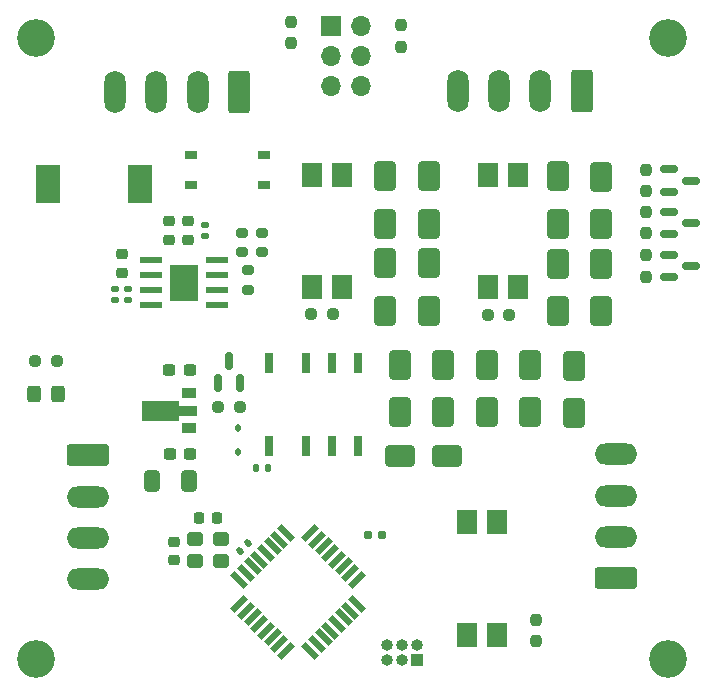
<source format=gbr>
%TF.GenerationSoftware,KiCad,Pcbnew,7.0.10*%
%TF.CreationDate,2024-01-30T15:52:27+01:00*%
%TF.ProjectId,BloX_ABC_MkII,426c6f58-5f41-4424-935f-4d6b49492e6b,rev?*%
%TF.SameCoordinates,Original*%
%TF.FileFunction,Soldermask,Top*%
%TF.FilePolarity,Negative*%
%FSLAX46Y46*%
G04 Gerber Fmt 4.6, Leading zero omitted, Abs format (unit mm)*
G04 Created by KiCad (PCBNEW 7.0.10) date 2024-01-30 15:52:27*
%MOMM*%
%LPD*%
G01*
G04 APERTURE LIST*
G04 Aperture macros list*
%AMRoundRect*
0 Rectangle with rounded corners*
0 $1 Rounding radius*
0 $2 $3 $4 $5 $6 $7 $8 $9 X,Y pos of 4 corners*
0 Add a 4 corners polygon primitive as box body*
4,1,4,$2,$3,$4,$5,$6,$7,$8,$9,$2,$3,0*
0 Add four circle primitives for the rounded corners*
1,1,$1+$1,$2,$3*
1,1,$1+$1,$4,$5*
1,1,$1+$1,$6,$7*
1,1,$1+$1,$8,$9*
0 Add four rect primitives between the rounded corners*
20,1,$1+$1,$2,$3,$4,$5,0*
20,1,$1+$1,$4,$5,$6,$7,0*
20,1,$1+$1,$6,$7,$8,$9,0*
20,1,$1+$1,$8,$9,$2,$3,0*%
%AMRotRect*
0 Rectangle, with rotation*
0 The origin of the aperture is its center*
0 $1 length*
0 $2 width*
0 $3 Rotation angle, in degrees counterclockwise*
0 Add horizontal line*
21,1,$1,$2,0,0,$3*%
%AMFreePoly0*
4,1,9,3.862500,-0.866500,0.737500,-0.866500,0.737500,-0.450000,-0.737500,-0.450000,-0.737500,0.450000,0.737500,0.450000,0.737500,0.866500,3.862500,0.866500,3.862500,-0.866500,3.862500,-0.866500,$1*%
G04 Aperture macros list end*
%ADD10C,3.200000*%
%ADD11O,1.800000X3.600000*%
%ADD12RoundRect,0.250000X0.650000X1.550000X-0.650000X1.550000X-0.650000X-1.550000X0.650000X-1.550000X0*%
%ADD13RoundRect,0.237500X0.250000X0.237500X-0.250000X0.237500X-0.250000X-0.237500X0.250000X-0.237500X0*%
%ADD14RoundRect,0.250000X0.325000X0.450000X-0.325000X0.450000X-0.325000X-0.450000X0.325000X-0.450000X0*%
%ADD15R,1.780000X2.000000*%
%ADD16RoundRect,0.237500X0.237500X-0.250000X0.237500X0.250000X-0.237500X0.250000X-0.237500X-0.250000X0*%
%ADD17RoundRect,0.237500X-0.237500X0.250000X-0.237500X-0.250000X0.237500X-0.250000X0.237500X0.250000X0*%
%ADD18RoundRect,0.150000X-0.587500X-0.150000X0.587500X-0.150000X0.587500X0.150000X-0.587500X0.150000X0*%
%ADD19RoundRect,0.150000X0.150000X-0.587500X0.150000X0.587500X-0.150000X0.587500X-0.150000X-0.587500X0*%
%ADD20R,0.800000X1.800000*%
%ADD21O,1.700000X1.700000*%
%ADD22R,1.700000X1.700000*%
%ADD23O,3.600000X1.800000*%
%ADD24RoundRect,0.250000X1.550000X-0.650000X1.550000X0.650000X-1.550000X0.650000X-1.550000X-0.650000X0*%
%ADD25RoundRect,0.250000X-1.550000X0.650000X-1.550000X-0.650000X1.550000X-0.650000X1.550000X0.650000X0*%
%ADD26R,1.000000X0.800000*%
%ADD27RoundRect,0.250000X-0.650000X1.000000X-0.650000X-1.000000X0.650000X-1.000000X0.650000X1.000000X0*%
%ADD28RoundRect,0.250000X0.650000X-1.000000X0.650000X1.000000X-0.650000X1.000000X-0.650000X-1.000000X0*%
%ADD29RoundRect,0.112500X0.112500X-0.187500X0.112500X0.187500X-0.112500X0.187500X-0.112500X-0.187500X0*%
%ADD30RoundRect,0.250000X-1.000000X-0.650000X1.000000X-0.650000X1.000000X0.650000X-1.000000X0.650000X0*%
%ADD31RoundRect,0.140000X0.140000X0.170000X-0.140000X0.170000X-0.140000X-0.170000X0.140000X-0.170000X0*%
%ADD32RoundRect,0.237500X0.300000X0.237500X-0.300000X0.237500X-0.300000X-0.237500X0.300000X-0.237500X0*%
%ADD33R,1.300000X0.900000*%
%ADD34FreePoly0,180.000000*%
%ADD35RoundRect,0.250000X0.412500X0.650000X-0.412500X0.650000X-0.412500X-0.650000X0.412500X-0.650000X0*%
%ADD36RoundRect,0.200000X-0.275000X0.200000X-0.275000X-0.200000X0.275000X-0.200000X0.275000X0.200000X0*%
%ADD37R,2.000000X3.200000*%
%ADD38RoundRect,0.200000X0.275000X-0.200000X0.275000X0.200000X-0.275000X0.200000X-0.275000X-0.200000X0*%
%ADD39RoundRect,0.140000X-0.170000X0.140000X-0.170000X-0.140000X0.170000X-0.140000X0.170000X0.140000X0*%
%ADD40R,1.205000X1.550000*%
%ADD41R,1.910000X0.610000*%
%ADD42RoundRect,0.225000X0.250000X-0.225000X0.250000X0.225000X-0.250000X0.225000X-0.250000X-0.225000X0*%
%ADD43RoundRect,0.225000X-0.250000X0.225000X-0.250000X-0.225000X0.250000X-0.225000X0.250000X0.225000X0*%
%ADD44RoundRect,0.225000X-0.225000X-0.250000X0.225000X-0.250000X0.225000X0.250000X-0.225000X0.250000X0*%
%ADD45O,1.000000X1.000000*%
%ADD46R,1.000000X1.000000*%
%ADD47RoundRect,0.160000X0.197500X0.160000X-0.197500X0.160000X-0.197500X-0.160000X0.197500X-0.160000X0*%
%ADD48RoundRect,0.140000X0.021213X-0.219203X0.219203X-0.021213X-0.021213X0.219203X-0.219203X0.021213X0*%
%ADD49RotRect,1.600000X0.550000X315.000000*%
%ADD50RotRect,1.600000X0.550000X45.000000*%
%ADD51RoundRect,0.300000X0.400000X0.300000X-0.400000X0.300000X-0.400000X-0.300000X0.400000X-0.300000X0*%
G04 APERTURE END LIST*
D10*
%TO.C,REF\u002A\u002A*%
X78000000Y-115500000D03*
%TD*%
%TO.C,REF\u002A\u002A*%
X131500000Y-115500000D03*
%TD*%
%TO.C,REF\u002A\u002A*%
X78000000Y-63000000D03*
%TD*%
%TO.C,REF\u002A\u002A*%
X131500000Y-63000000D03*
%TD*%
D11*
%TO.C,J103*%
X84695000Y-67500000D03*
X88195000Y-67500000D03*
X91695000Y-67500000D03*
D12*
X95195000Y-67500000D03*
%TD*%
D13*
%TO.C,R201*%
X79779500Y-90297000D03*
X77954500Y-90297000D03*
%TD*%
D14*
%TO.C,D201*%
X79892000Y-93091000D03*
X77842000Y-93091000D03*
%TD*%
D15*
%TO.C,U601*%
X114460000Y-103970000D03*
X117000000Y-103970000D03*
X117000000Y-113500000D03*
X114460000Y-113500000D03*
%TD*%
%TO.C,U402*%
X116276000Y-84079000D03*
X118816000Y-84079000D03*
X118816000Y-74549000D03*
X116276000Y-74549000D03*
%TD*%
%TO.C,U302*%
X101346000Y-74549000D03*
X103886000Y-74549000D03*
X103886000Y-84079000D03*
X101346000Y-84079000D03*
%TD*%
D16*
%TO.C,R805*%
X129667000Y-83185000D03*
X129667000Y-81360000D03*
%TD*%
%TO.C,R804*%
X129667000Y-77677000D03*
X129667000Y-79502000D03*
%TD*%
%TO.C,R803*%
X129667000Y-75946000D03*
X129667000Y-74121000D03*
%TD*%
D17*
%TO.C,R802*%
X108875000Y-63702000D03*
X108875000Y-61877000D03*
%TD*%
%TO.C,R801*%
X99615000Y-63424500D03*
X99615000Y-61599500D03*
%TD*%
D16*
%TO.C,R601*%
X120310000Y-112222500D03*
X120310000Y-114047500D03*
%TD*%
D13*
%TO.C,R501*%
X95249500Y-94163000D03*
X93424500Y-94163000D03*
%TD*%
%TO.C,R401*%
X118077500Y-86426000D03*
X116252500Y-86426000D03*
%TD*%
%TO.C,R301*%
X103147500Y-86360000D03*
X101322500Y-86360000D03*
%TD*%
D18*
%TO.C,Q803*%
X131594000Y-81322500D03*
X131594000Y-83222500D03*
X133469000Y-82272500D03*
%TD*%
%TO.C,Q802*%
X131594000Y-77694500D03*
X131594000Y-79594500D03*
X133469000Y-78644500D03*
%TD*%
%TO.C,Q801*%
X131594000Y-74083500D03*
X131594000Y-75983500D03*
X133469000Y-75033500D03*
%TD*%
D19*
%TO.C,Q501*%
X93387000Y-92179500D03*
X95287000Y-92179500D03*
X94337000Y-90304500D03*
%TD*%
D20*
%TO.C,K501*%
X97700000Y-97480000D03*
X100900000Y-97480000D03*
X103100000Y-97480000D03*
X105300000Y-97480000D03*
X105300000Y-90480000D03*
X103100000Y-90480000D03*
X100900000Y-90480000D03*
X97700000Y-90480000D03*
%TD*%
D12*
%TO.C,J802*%
X124195000Y-67432500D03*
D11*
X120695000Y-67432500D03*
X117195000Y-67432500D03*
X113695000Y-67432500D03*
%TD*%
D21*
%TO.C,J801*%
X105500000Y-67040000D03*
X102960000Y-67040000D03*
X105500000Y-64500000D03*
X102960000Y-64500000D03*
X105500000Y-61960000D03*
D22*
X102960000Y-61960000D03*
%TD*%
D23*
%TO.C,J102*%
X127067500Y-98195000D03*
X127067500Y-101695000D03*
X127067500Y-105195000D03*
D24*
X127067500Y-108695000D03*
%TD*%
D25*
%TO.C,J101*%
X82432500Y-98305000D03*
D23*
X82432500Y-101805000D03*
X82432500Y-105305000D03*
X82432500Y-108805000D03*
%TD*%
D26*
%TO.C,D701*%
X97309000Y-75438000D03*
X97309000Y-72898000D03*
X91159000Y-72898000D03*
X91159000Y-75438000D03*
%TD*%
D27*
%TO.C,D507*%
X108817000Y-94615000D03*
X108817000Y-90615000D03*
%TD*%
D28*
%TO.C,D506*%
X112500000Y-90615000D03*
X112500000Y-94615000D03*
%TD*%
D29*
%TO.C,D505*%
X95099000Y-98041000D03*
X95099000Y-95941000D03*
%TD*%
D30*
%TO.C,D504*%
X112817000Y-98330000D03*
X108817000Y-98330000D03*
%TD*%
D27*
%TO.C,D503*%
X116183000Y-94615000D03*
X116183000Y-90615000D03*
%TD*%
D28*
%TO.C,D502*%
X119866000Y-90615000D03*
X119866000Y-94615000D03*
%TD*%
D27*
%TO.C,D501*%
X123549000Y-94742000D03*
X123549000Y-90742000D03*
%TD*%
%TO.C,D404*%
X125801000Y-82059500D03*
X125801000Y-86059500D03*
%TD*%
%TO.C,D403*%
X125801000Y-74693500D03*
X125801000Y-78693500D03*
%TD*%
D28*
%TO.C,D402*%
X122174000Y-86059500D03*
X122174000Y-82059500D03*
%TD*%
%TO.C,D401*%
X122174000Y-78679000D03*
X122174000Y-74679000D03*
%TD*%
D27*
%TO.C,D304*%
X111252000Y-82042000D03*
X111252000Y-86042000D03*
%TD*%
%TO.C,D303*%
X111252000Y-74676000D03*
X111252000Y-78676000D03*
%TD*%
D28*
%TO.C,D302*%
X107569000Y-86042000D03*
X107569000Y-82042000D03*
%TD*%
%TO.C,D301*%
X107569000Y-78676000D03*
X107569000Y-74676000D03*
%TD*%
D31*
%TO.C,C501*%
X97611000Y-99370000D03*
X96651000Y-99370000D03*
%TD*%
D32*
%TO.C,C302*%
X91032500Y-98171000D03*
X89307500Y-98171000D03*
%TD*%
%TO.C,C301*%
X91006000Y-91059000D03*
X89281000Y-91059000D03*
%TD*%
D33*
%TO.C,U301*%
X90932000Y-96012000D03*
D34*
X90844500Y-94512000D03*
D33*
X90932000Y-93012000D03*
%TD*%
D35*
%TO.C,C303*%
X90970500Y-100457000D03*
X87845500Y-100457000D03*
%TD*%
D36*
%TO.C,R901*%
X97108500Y-81089000D03*
X97108500Y-79439000D03*
%TD*%
D37*
%TO.C,L901*%
X86831000Y-75311000D03*
X79031000Y-75311000D03*
%TD*%
D38*
%TO.C,R903*%
X95457500Y-79439000D03*
X95457500Y-81089000D03*
%TD*%
D39*
%TO.C,C906*%
X92282500Y-79730000D03*
X92282500Y-78770000D03*
%TD*%
D40*
%TO.C,U901*%
X91139500Y-84468000D03*
X91139500Y-82918000D03*
X89934500Y-84468000D03*
X89934500Y-82918000D03*
D41*
X93317000Y-81788000D03*
X93317000Y-83058000D03*
X93317000Y-84328000D03*
X93317000Y-85598000D03*
X87757000Y-85598000D03*
X87757000Y-84328000D03*
X87757000Y-83058000D03*
X87757000Y-81788000D03*
%TD*%
D39*
%TO.C,C903*%
X84662500Y-85161000D03*
X84662500Y-84201000D03*
%TD*%
D36*
%TO.C,R902*%
X95965500Y-84264000D03*
X95965500Y-82614000D03*
%TD*%
D42*
%TO.C,C901*%
X85297500Y-81267000D03*
X85297500Y-82817000D03*
%TD*%
D43*
%TO.C,C905*%
X89234500Y-80023000D03*
X89234500Y-78473000D03*
%TD*%
D39*
%TO.C,C902*%
X85805500Y-85161000D03*
X85805500Y-84201000D03*
%TD*%
D43*
%TO.C,C904*%
X90900500Y-80023000D03*
X90900500Y-78473000D03*
%TD*%
D44*
%TO.C,C201*%
X91798000Y-103623000D03*
X93348000Y-103623000D03*
%TD*%
D45*
%TO.C,U201*%
X107735000Y-114375000D03*
X107735000Y-115645000D03*
X109005000Y-114375000D03*
X109005000Y-115645000D03*
X110275000Y-114375000D03*
D46*
X110275000Y-115645000D03*
%TD*%
D47*
%TO.C,R202*%
X106082500Y-105029000D03*
X107277500Y-105029000D03*
%TD*%
D48*
%TO.C,C202*%
X95240000Y-106385000D03*
X95918822Y-105706178D03*
%TD*%
D43*
%TO.C,C203*%
X89652000Y-105610000D03*
X89652000Y-107160000D03*
%TD*%
D49*
%TO.C,U202*%
X99177695Y-104869897D03*
X98612010Y-105435583D03*
X98046324Y-106001268D03*
X97480639Y-106566953D03*
X96914953Y-107132639D03*
X96349268Y-107698324D03*
X95783583Y-108264010D03*
X95217897Y-108829695D03*
D50*
X95217897Y-110880305D03*
X95783583Y-111445990D03*
X96349268Y-112011676D03*
X96914953Y-112577361D03*
X97480639Y-113143047D03*
X98046324Y-113708732D03*
X98612010Y-114274417D03*
X99177695Y-114840103D03*
D49*
X101228305Y-114840103D03*
X101793990Y-114274417D03*
X102359676Y-113708732D03*
X102925361Y-113143047D03*
X103491047Y-112577361D03*
X104056732Y-112011676D03*
X104622417Y-111445990D03*
X105188103Y-110880305D03*
D50*
X105188103Y-108829695D03*
X104622417Y-108264010D03*
X104056732Y-107698324D03*
X103491047Y-107132639D03*
X102925361Y-106566953D03*
X102359676Y-106001268D03*
X101793990Y-105435583D03*
X101228305Y-104869897D03*
%TD*%
D51*
%TO.C,Y201*%
X93630000Y-105374000D03*
X91430000Y-105374000D03*
X91430000Y-107274000D03*
X93630000Y-107274000D03*
%TD*%
M02*

</source>
